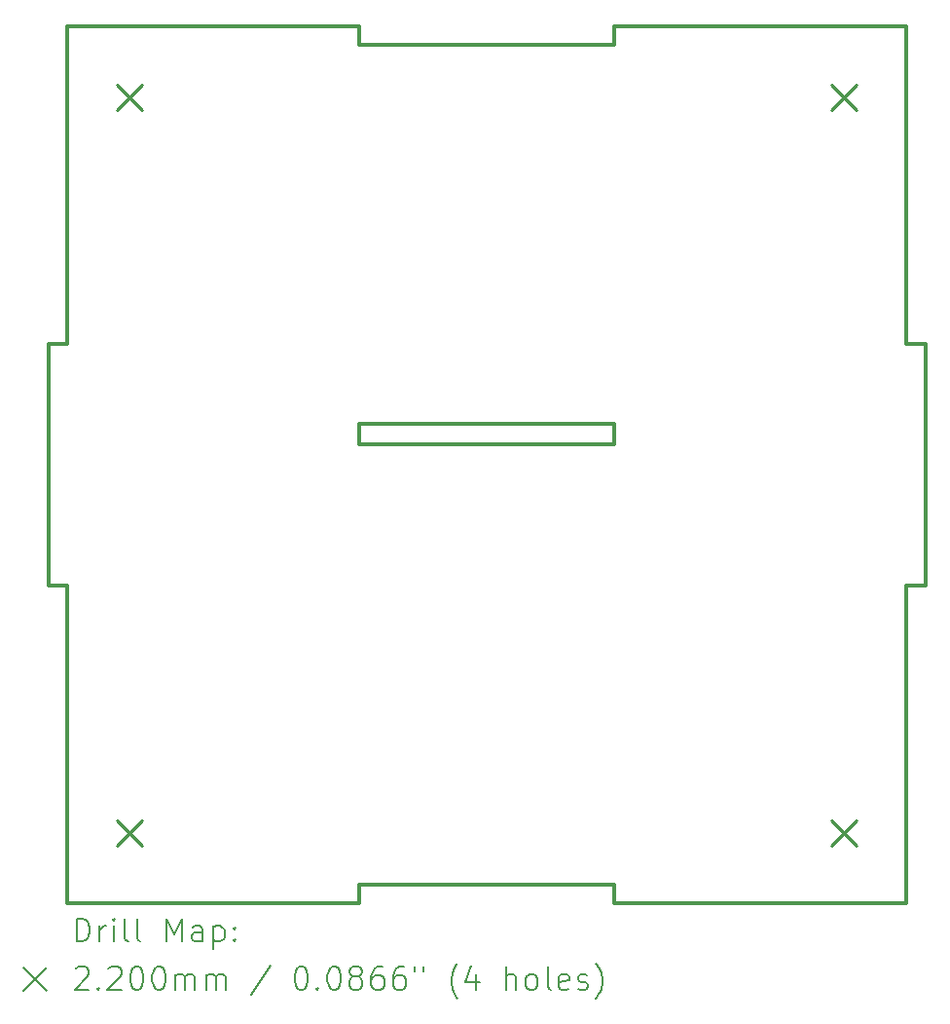
<source format=gbr>
%TF.GenerationSoftware,KiCad,Pcbnew,7.0.5-0*%
%TF.CreationDate,2024-04-21T20:10:01-04:00*%
%TF.ProjectId,swr_meter_right,7377725f-6d65-4746-9572-5f7269676874,rev?*%
%TF.SameCoordinates,Original*%
%TF.FileFunction,Drillmap*%
%TF.FilePolarity,Positive*%
%FSLAX45Y45*%
G04 Gerber Fmt 4.5, Leading zero omitted, Abs format (unit mm)*
G04 Created by KiCad (PCBNEW 7.0.5-0) date 2024-04-21 20:10:01*
%MOMM*%
%LPD*%
G01*
G04 APERTURE LIST*
%ADD10C,0.349999*%
%ADD11C,0.200000*%
%ADD12C,0.220000*%
G04 APERTURE END LIST*
D10*
X14759999Y-2380000D02*
X17299999Y-2380000D01*
X17463800Y-7240000D02*
X17463800Y-5140000D01*
X14759999Y-10000000D02*
X17299999Y-10000000D01*
X12539999Y-10000000D02*
X12539999Y-9840000D01*
X12540000Y-5832000D02*
X14760000Y-5832000D01*
X10000000Y-5140000D02*
X10000000Y-2380000D01*
X12540000Y-6010000D02*
X12540000Y-5832000D01*
X17299999Y-5140000D02*
X17299999Y-2380000D01*
X14759999Y-2540000D02*
X14759999Y-2380000D01*
X17463800Y-5140000D02*
X17299999Y-5140000D01*
X10000000Y-5140000D02*
X9839999Y-5140000D01*
X17299999Y-10000000D02*
X17299999Y-7240000D01*
X14759999Y-10000000D02*
X14759999Y-9840000D01*
X12539999Y-2540000D02*
X14759999Y-2540000D01*
X17463800Y-7240000D02*
X17299999Y-7240000D01*
X14760000Y-6010000D02*
X12540000Y-6010000D01*
X10000000Y-10000000D02*
X12539999Y-10000000D01*
X10000000Y-7240000D02*
X9839999Y-7240000D01*
X12539999Y-2540000D02*
X12539999Y-2380000D01*
X14760000Y-5832000D02*
X14760000Y-6010000D01*
X10000000Y-10000000D02*
X10000000Y-7240000D01*
X9839999Y-5140000D02*
X9839999Y-7240000D01*
X10000000Y-2380000D02*
X12539999Y-2380000D01*
X12539999Y-9840000D02*
X14759999Y-9840000D01*
D11*
D12*
X10430400Y-2887000D02*
X10650400Y-3107000D01*
X10650400Y-2887000D02*
X10430400Y-3107000D01*
X10430400Y-9274000D02*
X10650400Y-9494000D01*
X10650400Y-9274000D02*
X10430400Y-9494000D01*
X16649600Y-2887000D02*
X16869600Y-3107000D01*
X16869600Y-2887000D02*
X16649600Y-3107000D01*
X16649600Y-9274000D02*
X16869600Y-9494000D01*
X16869600Y-9274000D02*
X16649600Y-9494000D01*
D11*
X10083276Y-10328984D02*
X10083276Y-10128984D01*
X10083276Y-10128984D02*
X10130895Y-10128984D01*
X10130895Y-10128984D02*
X10159467Y-10138508D01*
X10159467Y-10138508D02*
X10178514Y-10157555D01*
X10178514Y-10157555D02*
X10188038Y-10176603D01*
X10188038Y-10176603D02*
X10197562Y-10214698D01*
X10197562Y-10214698D02*
X10197562Y-10243269D01*
X10197562Y-10243269D02*
X10188038Y-10281365D01*
X10188038Y-10281365D02*
X10178514Y-10300412D01*
X10178514Y-10300412D02*
X10159467Y-10319460D01*
X10159467Y-10319460D02*
X10130895Y-10328984D01*
X10130895Y-10328984D02*
X10083276Y-10328984D01*
X10283276Y-10328984D02*
X10283276Y-10195650D01*
X10283276Y-10233746D02*
X10292800Y-10214698D01*
X10292800Y-10214698D02*
X10302324Y-10205174D01*
X10302324Y-10205174D02*
X10321372Y-10195650D01*
X10321372Y-10195650D02*
X10340419Y-10195650D01*
X10407086Y-10328984D02*
X10407086Y-10195650D01*
X10407086Y-10128984D02*
X10397562Y-10138508D01*
X10397562Y-10138508D02*
X10407086Y-10148031D01*
X10407086Y-10148031D02*
X10416610Y-10138508D01*
X10416610Y-10138508D02*
X10407086Y-10128984D01*
X10407086Y-10128984D02*
X10407086Y-10148031D01*
X10530895Y-10328984D02*
X10511848Y-10319460D01*
X10511848Y-10319460D02*
X10502324Y-10300412D01*
X10502324Y-10300412D02*
X10502324Y-10128984D01*
X10635657Y-10328984D02*
X10616610Y-10319460D01*
X10616610Y-10319460D02*
X10607086Y-10300412D01*
X10607086Y-10300412D02*
X10607086Y-10128984D01*
X10864229Y-10328984D02*
X10864229Y-10128984D01*
X10864229Y-10128984D02*
X10930895Y-10271841D01*
X10930895Y-10271841D02*
X10997562Y-10128984D01*
X10997562Y-10128984D02*
X10997562Y-10328984D01*
X11178514Y-10328984D02*
X11178514Y-10224222D01*
X11178514Y-10224222D02*
X11168991Y-10205174D01*
X11168991Y-10205174D02*
X11149943Y-10195650D01*
X11149943Y-10195650D02*
X11111848Y-10195650D01*
X11111848Y-10195650D02*
X11092800Y-10205174D01*
X11178514Y-10319460D02*
X11159467Y-10328984D01*
X11159467Y-10328984D02*
X11111848Y-10328984D01*
X11111848Y-10328984D02*
X11092800Y-10319460D01*
X11092800Y-10319460D02*
X11083276Y-10300412D01*
X11083276Y-10300412D02*
X11083276Y-10281365D01*
X11083276Y-10281365D02*
X11092800Y-10262317D01*
X11092800Y-10262317D02*
X11111848Y-10252793D01*
X11111848Y-10252793D02*
X11159467Y-10252793D01*
X11159467Y-10252793D02*
X11178514Y-10243269D01*
X11273752Y-10195650D02*
X11273752Y-10395650D01*
X11273752Y-10205174D02*
X11292800Y-10195650D01*
X11292800Y-10195650D02*
X11330895Y-10195650D01*
X11330895Y-10195650D02*
X11349943Y-10205174D01*
X11349943Y-10205174D02*
X11359467Y-10214698D01*
X11359467Y-10214698D02*
X11368991Y-10233746D01*
X11368991Y-10233746D02*
X11368991Y-10290888D01*
X11368991Y-10290888D02*
X11359467Y-10309936D01*
X11359467Y-10309936D02*
X11349943Y-10319460D01*
X11349943Y-10319460D02*
X11330895Y-10328984D01*
X11330895Y-10328984D02*
X11292800Y-10328984D01*
X11292800Y-10328984D02*
X11273752Y-10319460D01*
X11454705Y-10309936D02*
X11464229Y-10319460D01*
X11464229Y-10319460D02*
X11454705Y-10328984D01*
X11454705Y-10328984D02*
X11445181Y-10319460D01*
X11445181Y-10319460D02*
X11454705Y-10309936D01*
X11454705Y-10309936D02*
X11454705Y-10328984D01*
X11454705Y-10205174D02*
X11464229Y-10214698D01*
X11464229Y-10214698D02*
X11454705Y-10224222D01*
X11454705Y-10224222D02*
X11445181Y-10214698D01*
X11445181Y-10214698D02*
X11454705Y-10205174D01*
X11454705Y-10205174D02*
X11454705Y-10224222D01*
X9622500Y-10557500D02*
X9822500Y-10757500D01*
X9822500Y-10557500D02*
X9622500Y-10757500D01*
X10073753Y-10568031D02*
X10083276Y-10558508D01*
X10083276Y-10558508D02*
X10102324Y-10548984D01*
X10102324Y-10548984D02*
X10149943Y-10548984D01*
X10149943Y-10548984D02*
X10168991Y-10558508D01*
X10168991Y-10558508D02*
X10178514Y-10568031D01*
X10178514Y-10568031D02*
X10188038Y-10587079D01*
X10188038Y-10587079D02*
X10188038Y-10606127D01*
X10188038Y-10606127D02*
X10178514Y-10634698D01*
X10178514Y-10634698D02*
X10064229Y-10748984D01*
X10064229Y-10748984D02*
X10188038Y-10748984D01*
X10273753Y-10729936D02*
X10283276Y-10739460D01*
X10283276Y-10739460D02*
X10273753Y-10748984D01*
X10273753Y-10748984D02*
X10264229Y-10739460D01*
X10264229Y-10739460D02*
X10273753Y-10729936D01*
X10273753Y-10729936D02*
X10273753Y-10748984D01*
X10359467Y-10568031D02*
X10368991Y-10558508D01*
X10368991Y-10558508D02*
X10388038Y-10548984D01*
X10388038Y-10548984D02*
X10435657Y-10548984D01*
X10435657Y-10548984D02*
X10454705Y-10558508D01*
X10454705Y-10558508D02*
X10464229Y-10568031D01*
X10464229Y-10568031D02*
X10473753Y-10587079D01*
X10473753Y-10587079D02*
X10473753Y-10606127D01*
X10473753Y-10606127D02*
X10464229Y-10634698D01*
X10464229Y-10634698D02*
X10349943Y-10748984D01*
X10349943Y-10748984D02*
X10473753Y-10748984D01*
X10597562Y-10548984D02*
X10616610Y-10548984D01*
X10616610Y-10548984D02*
X10635657Y-10558508D01*
X10635657Y-10558508D02*
X10645181Y-10568031D01*
X10645181Y-10568031D02*
X10654705Y-10587079D01*
X10654705Y-10587079D02*
X10664229Y-10625174D01*
X10664229Y-10625174D02*
X10664229Y-10672793D01*
X10664229Y-10672793D02*
X10654705Y-10710888D01*
X10654705Y-10710888D02*
X10645181Y-10729936D01*
X10645181Y-10729936D02*
X10635657Y-10739460D01*
X10635657Y-10739460D02*
X10616610Y-10748984D01*
X10616610Y-10748984D02*
X10597562Y-10748984D01*
X10597562Y-10748984D02*
X10578514Y-10739460D01*
X10578514Y-10739460D02*
X10568991Y-10729936D01*
X10568991Y-10729936D02*
X10559467Y-10710888D01*
X10559467Y-10710888D02*
X10549943Y-10672793D01*
X10549943Y-10672793D02*
X10549943Y-10625174D01*
X10549943Y-10625174D02*
X10559467Y-10587079D01*
X10559467Y-10587079D02*
X10568991Y-10568031D01*
X10568991Y-10568031D02*
X10578514Y-10558508D01*
X10578514Y-10558508D02*
X10597562Y-10548984D01*
X10788038Y-10548984D02*
X10807086Y-10548984D01*
X10807086Y-10548984D02*
X10826134Y-10558508D01*
X10826134Y-10558508D02*
X10835657Y-10568031D01*
X10835657Y-10568031D02*
X10845181Y-10587079D01*
X10845181Y-10587079D02*
X10854705Y-10625174D01*
X10854705Y-10625174D02*
X10854705Y-10672793D01*
X10854705Y-10672793D02*
X10845181Y-10710888D01*
X10845181Y-10710888D02*
X10835657Y-10729936D01*
X10835657Y-10729936D02*
X10826134Y-10739460D01*
X10826134Y-10739460D02*
X10807086Y-10748984D01*
X10807086Y-10748984D02*
X10788038Y-10748984D01*
X10788038Y-10748984D02*
X10768991Y-10739460D01*
X10768991Y-10739460D02*
X10759467Y-10729936D01*
X10759467Y-10729936D02*
X10749943Y-10710888D01*
X10749943Y-10710888D02*
X10740419Y-10672793D01*
X10740419Y-10672793D02*
X10740419Y-10625174D01*
X10740419Y-10625174D02*
X10749943Y-10587079D01*
X10749943Y-10587079D02*
X10759467Y-10568031D01*
X10759467Y-10568031D02*
X10768991Y-10558508D01*
X10768991Y-10558508D02*
X10788038Y-10548984D01*
X10940419Y-10748984D02*
X10940419Y-10615650D01*
X10940419Y-10634698D02*
X10949943Y-10625174D01*
X10949943Y-10625174D02*
X10968991Y-10615650D01*
X10968991Y-10615650D02*
X10997562Y-10615650D01*
X10997562Y-10615650D02*
X11016610Y-10625174D01*
X11016610Y-10625174D02*
X11026134Y-10644222D01*
X11026134Y-10644222D02*
X11026134Y-10748984D01*
X11026134Y-10644222D02*
X11035657Y-10625174D01*
X11035657Y-10625174D02*
X11054705Y-10615650D01*
X11054705Y-10615650D02*
X11083276Y-10615650D01*
X11083276Y-10615650D02*
X11102324Y-10625174D01*
X11102324Y-10625174D02*
X11111848Y-10644222D01*
X11111848Y-10644222D02*
X11111848Y-10748984D01*
X11207086Y-10748984D02*
X11207086Y-10615650D01*
X11207086Y-10634698D02*
X11216610Y-10625174D01*
X11216610Y-10625174D02*
X11235657Y-10615650D01*
X11235657Y-10615650D02*
X11264229Y-10615650D01*
X11264229Y-10615650D02*
X11283276Y-10625174D01*
X11283276Y-10625174D02*
X11292800Y-10644222D01*
X11292800Y-10644222D02*
X11292800Y-10748984D01*
X11292800Y-10644222D02*
X11302324Y-10625174D01*
X11302324Y-10625174D02*
X11321372Y-10615650D01*
X11321372Y-10615650D02*
X11349943Y-10615650D01*
X11349943Y-10615650D02*
X11368991Y-10625174D01*
X11368991Y-10625174D02*
X11378514Y-10644222D01*
X11378514Y-10644222D02*
X11378514Y-10748984D01*
X11768991Y-10539460D02*
X11597562Y-10796603D01*
X12026134Y-10548984D02*
X12045181Y-10548984D01*
X12045181Y-10548984D02*
X12064229Y-10558508D01*
X12064229Y-10558508D02*
X12073753Y-10568031D01*
X12073753Y-10568031D02*
X12083276Y-10587079D01*
X12083276Y-10587079D02*
X12092800Y-10625174D01*
X12092800Y-10625174D02*
X12092800Y-10672793D01*
X12092800Y-10672793D02*
X12083276Y-10710888D01*
X12083276Y-10710888D02*
X12073753Y-10729936D01*
X12073753Y-10729936D02*
X12064229Y-10739460D01*
X12064229Y-10739460D02*
X12045181Y-10748984D01*
X12045181Y-10748984D02*
X12026134Y-10748984D01*
X12026134Y-10748984D02*
X12007086Y-10739460D01*
X12007086Y-10739460D02*
X11997562Y-10729936D01*
X11997562Y-10729936D02*
X11988038Y-10710888D01*
X11988038Y-10710888D02*
X11978515Y-10672793D01*
X11978515Y-10672793D02*
X11978515Y-10625174D01*
X11978515Y-10625174D02*
X11988038Y-10587079D01*
X11988038Y-10587079D02*
X11997562Y-10568031D01*
X11997562Y-10568031D02*
X12007086Y-10558508D01*
X12007086Y-10558508D02*
X12026134Y-10548984D01*
X12178515Y-10729936D02*
X12188038Y-10739460D01*
X12188038Y-10739460D02*
X12178515Y-10748984D01*
X12178515Y-10748984D02*
X12168991Y-10739460D01*
X12168991Y-10739460D02*
X12178515Y-10729936D01*
X12178515Y-10729936D02*
X12178515Y-10748984D01*
X12311848Y-10548984D02*
X12330896Y-10548984D01*
X12330896Y-10548984D02*
X12349943Y-10558508D01*
X12349943Y-10558508D02*
X12359467Y-10568031D01*
X12359467Y-10568031D02*
X12368991Y-10587079D01*
X12368991Y-10587079D02*
X12378515Y-10625174D01*
X12378515Y-10625174D02*
X12378515Y-10672793D01*
X12378515Y-10672793D02*
X12368991Y-10710888D01*
X12368991Y-10710888D02*
X12359467Y-10729936D01*
X12359467Y-10729936D02*
X12349943Y-10739460D01*
X12349943Y-10739460D02*
X12330896Y-10748984D01*
X12330896Y-10748984D02*
X12311848Y-10748984D01*
X12311848Y-10748984D02*
X12292800Y-10739460D01*
X12292800Y-10739460D02*
X12283276Y-10729936D01*
X12283276Y-10729936D02*
X12273753Y-10710888D01*
X12273753Y-10710888D02*
X12264229Y-10672793D01*
X12264229Y-10672793D02*
X12264229Y-10625174D01*
X12264229Y-10625174D02*
X12273753Y-10587079D01*
X12273753Y-10587079D02*
X12283276Y-10568031D01*
X12283276Y-10568031D02*
X12292800Y-10558508D01*
X12292800Y-10558508D02*
X12311848Y-10548984D01*
X12492800Y-10634698D02*
X12473753Y-10625174D01*
X12473753Y-10625174D02*
X12464229Y-10615650D01*
X12464229Y-10615650D02*
X12454705Y-10596603D01*
X12454705Y-10596603D02*
X12454705Y-10587079D01*
X12454705Y-10587079D02*
X12464229Y-10568031D01*
X12464229Y-10568031D02*
X12473753Y-10558508D01*
X12473753Y-10558508D02*
X12492800Y-10548984D01*
X12492800Y-10548984D02*
X12530896Y-10548984D01*
X12530896Y-10548984D02*
X12549943Y-10558508D01*
X12549943Y-10558508D02*
X12559467Y-10568031D01*
X12559467Y-10568031D02*
X12568991Y-10587079D01*
X12568991Y-10587079D02*
X12568991Y-10596603D01*
X12568991Y-10596603D02*
X12559467Y-10615650D01*
X12559467Y-10615650D02*
X12549943Y-10625174D01*
X12549943Y-10625174D02*
X12530896Y-10634698D01*
X12530896Y-10634698D02*
X12492800Y-10634698D01*
X12492800Y-10634698D02*
X12473753Y-10644222D01*
X12473753Y-10644222D02*
X12464229Y-10653746D01*
X12464229Y-10653746D02*
X12454705Y-10672793D01*
X12454705Y-10672793D02*
X12454705Y-10710888D01*
X12454705Y-10710888D02*
X12464229Y-10729936D01*
X12464229Y-10729936D02*
X12473753Y-10739460D01*
X12473753Y-10739460D02*
X12492800Y-10748984D01*
X12492800Y-10748984D02*
X12530896Y-10748984D01*
X12530896Y-10748984D02*
X12549943Y-10739460D01*
X12549943Y-10739460D02*
X12559467Y-10729936D01*
X12559467Y-10729936D02*
X12568991Y-10710888D01*
X12568991Y-10710888D02*
X12568991Y-10672793D01*
X12568991Y-10672793D02*
X12559467Y-10653746D01*
X12559467Y-10653746D02*
X12549943Y-10644222D01*
X12549943Y-10644222D02*
X12530896Y-10634698D01*
X12740419Y-10548984D02*
X12702324Y-10548984D01*
X12702324Y-10548984D02*
X12683276Y-10558508D01*
X12683276Y-10558508D02*
X12673753Y-10568031D01*
X12673753Y-10568031D02*
X12654705Y-10596603D01*
X12654705Y-10596603D02*
X12645181Y-10634698D01*
X12645181Y-10634698D02*
X12645181Y-10710888D01*
X12645181Y-10710888D02*
X12654705Y-10729936D01*
X12654705Y-10729936D02*
X12664229Y-10739460D01*
X12664229Y-10739460D02*
X12683276Y-10748984D01*
X12683276Y-10748984D02*
X12721372Y-10748984D01*
X12721372Y-10748984D02*
X12740419Y-10739460D01*
X12740419Y-10739460D02*
X12749943Y-10729936D01*
X12749943Y-10729936D02*
X12759467Y-10710888D01*
X12759467Y-10710888D02*
X12759467Y-10663269D01*
X12759467Y-10663269D02*
X12749943Y-10644222D01*
X12749943Y-10644222D02*
X12740419Y-10634698D01*
X12740419Y-10634698D02*
X12721372Y-10625174D01*
X12721372Y-10625174D02*
X12683276Y-10625174D01*
X12683276Y-10625174D02*
X12664229Y-10634698D01*
X12664229Y-10634698D02*
X12654705Y-10644222D01*
X12654705Y-10644222D02*
X12645181Y-10663269D01*
X12930896Y-10548984D02*
X12892800Y-10548984D01*
X12892800Y-10548984D02*
X12873753Y-10558508D01*
X12873753Y-10558508D02*
X12864229Y-10568031D01*
X12864229Y-10568031D02*
X12845181Y-10596603D01*
X12845181Y-10596603D02*
X12835657Y-10634698D01*
X12835657Y-10634698D02*
X12835657Y-10710888D01*
X12835657Y-10710888D02*
X12845181Y-10729936D01*
X12845181Y-10729936D02*
X12854705Y-10739460D01*
X12854705Y-10739460D02*
X12873753Y-10748984D01*
X12873753Y-10748984D02*
X12911848Y-10748984D01*
X12911848Y-10748984D02*
X12930896Y-10739460D01*
X12930896Y-10739460D02*
X12940419Y-10729936D01*
X12940419Y-10729936D02*
X12949943Y-10710888D01*
X12949943Y-10710888D02*
X12949943Y-10663269D01*
X12949943Y-10663269D02*
X12940419Y-10644222D01*
X12940419Y-10644222D02*
X12930896Y-10634698D01*
X12930896Y-10634698D02*
X12911848Y-10625174D01*
X12911848Y-10625174D02*
X12873753Y-10625174D01*
X12873753Y-10625174D02*
X12854705Y-10634698D01*
X12854705Y-10634698D02*
X12845181Y-10644222D01*
X12845181Y-10644222D02*
X12835657Y-10663269D01*
X13026134Y-10548984D02*
X13026134Y-10587079D01*
X13102324Y-10548984D02*
X13102324Y-10587079D01*
X13397562Y-10825174D02*
X13388038Y-10815650D01*
X13388038Y-10815650D02*
X13368991Y-10787079D01*
X13368991Y-10787079D02*
X13359467Y-10768031D01*
X13359467Y-10768031D02*
X13349943Y-10739460D01*
X13349943Y-10739460D02*
X13340419Y-10691841D01*
X13340419Y-10691841D02*
X13340419Y-10653746D01*
X13340419Y-10653746D02*
X13349943Y-10606127D01*
X13349943Y-10606127D02*
X13359467Y-10577555D01*
X13359467Y-10577555D02*
X13368991Y-10558508D01*
X13368991Y-10558508D02*
X13388038Y-10529936D01*
X13388038Y-10529936D02*
X13397562Y-10520412D01*
X13559467Y-10615650D02*
X13559467Y-10748984D01*
X13511848Y-10539460D02*
X13464229Y-10682317D01*
X13464229Y-10682317D02*
X13588038Y-10682317D01*
X13816610Y-10748984D02*
X13816610Y-10548984D01*
X13902324Y-10748984D02*
X13902324Y-10644222D01*
X13902324Y-10644222D02*
X13892800Y-10625174D01*
X13892800Y-10625174D02*
X13873753Y-10615650D01*
X13873753Y-10615650D02*
X13845181Y-10615650D01*
X13845181Y-10615650D02*
X13826134Y-10625174D01*
X13826134Y-10625174D02*
X13816610Y-10634698D01*
X14026134Y-10748984D02*
X14007086Y-10739460D01*
X14007086Y-10739460D02*
X13997562Y-10729936D01*
X13997562Y-10729936D02*
X13988039Y-10710888D01*
X13988039Y-10710888D02*
X13988039Y-10653746D01*
X13988039Y-10653746D02*
X13997562Y-10634698D01*
X13997562Y-10634698D02*
X14007086Y-10625174D01*
X14007086Y-10625174D02*
X14026134Y-10615650D01*
X14026134Y-10615650D02*
X14054705Y-10615650D01*
X14054705Y-10615650D02*
X14073753Y-10625174D01*
X14073753Y-10625174D02*
X14083277Y-10634698D01*
X14083277Y-10634698D02*
X14092800Y-10653746D01*
X14092800Y-10653746D02*
X14092800Y-10710888D01*
X14092800Y-10710888D02*
X14083277Y-10729936D01*
X14083277Y-10729936D02*
X14073753Y-10739460D01*
X14073753Y-10739460D02*
X14054705Y-10748984D01*
X14054705Y-10748984D02*
X14026134Y-10748984D01*
X14207086Y-10748984D02*
X14188039Y-10739460D01*
X14188039Y-10739460D02*
X14178515Y-10720412D01*
X14178515Y-10720412D02*
X14178515Y-10548984D01*
X14359467Y-10739460D02*
X14340420Y-10748984D01*
X14340420Y-10748984D02*
X14302324Y-10748984D01*
X14302324Y-10748984D02*
X14283277Y-10739460D01*
X14283277Y-10739460D02*
X14273753Y-10720412D01*
X14273753Y-10720412D02*
X14273753Y-10644222D01*
X14273753Y-10644222D02*
X14283277Y-10625174D01*
X14283277Y-10625174D02*
X14302324Y-10615650D01*
X14302324Y-10615650D02*
X14340420Y-10615650D01*
X14340420Y-10615650D02*
X14359467Y-10625174D01*
X14359467Y-10625174D02*
X14368991Y-10644222D01*
X14368991Y-10644222D02*
X14368991Y-10663269D01*
X14368991Y-10663269D02*
X14273753Y-10682317D01*
X14445181Y-10739460D02*
X14464229Y-10748984D01*
X14464229Y-10748984D02*
X14502324Y-10748984D01*
X14502324Y-10748984D02*
X14521372Y-10739460D01*
X14521372Y-10739460D02*
X14530896Y-10720412D01*
X14530896Y-10720412D02*
X14530896Y-10710888D01*
X14530896Y-10710888D02*
X14521372Y-10691841D01*
X14521372Y-10691841D02*
X14502324Y-10682317D01*
X14502324Y-10682317D02*
X14473753Y-10682317D01*
X14473753Y-10682317D02*
X14454705Y-10672793D01*
X14454705Y-10672793D02*
X14445181Y-10653746D01*
X14445181Y-10653746D02*
X14445181Y-10644222D01*
X14445181Y-10644222D02*
X14454705Y-10625174D01*
X14454705Y-10625174D02*
X14473753Y-10615650D01*
X14473753Y-10615650D02*
X14502324Y-10615650D01*
X14502324Y-10615650D02*
X14521372Y-10625174D01*
X14597562Y-10825174D02*
X14607086Y-10815650D01*
X14607086Y-10815650D02*
X14626134Y-10787079D01*
X14626134Y-10787079D02*
X14635658Y-10768031D01*
X14635658Y-10768031D02*
X14645181Y-10739460D01*
X14645181Y-10739460D02*
X14654705Y-10691841D01*
X14654705Y-10691841D02*
X14654705Y-10653746D01*
X14654705Y-10653746D02*
X14645181Y-10606127D01*
X14645181Y-10606127D02*
X14635658Y-10577555D01*
X14635658Y-10577555D02*
X14626134Y-10558508D01*
X14626134Y-10558508D02*
X14607086Y-10529936D01*
X14607086Y-10529936D02*
X14597562Y-10520412D01*
M02*

</source>
